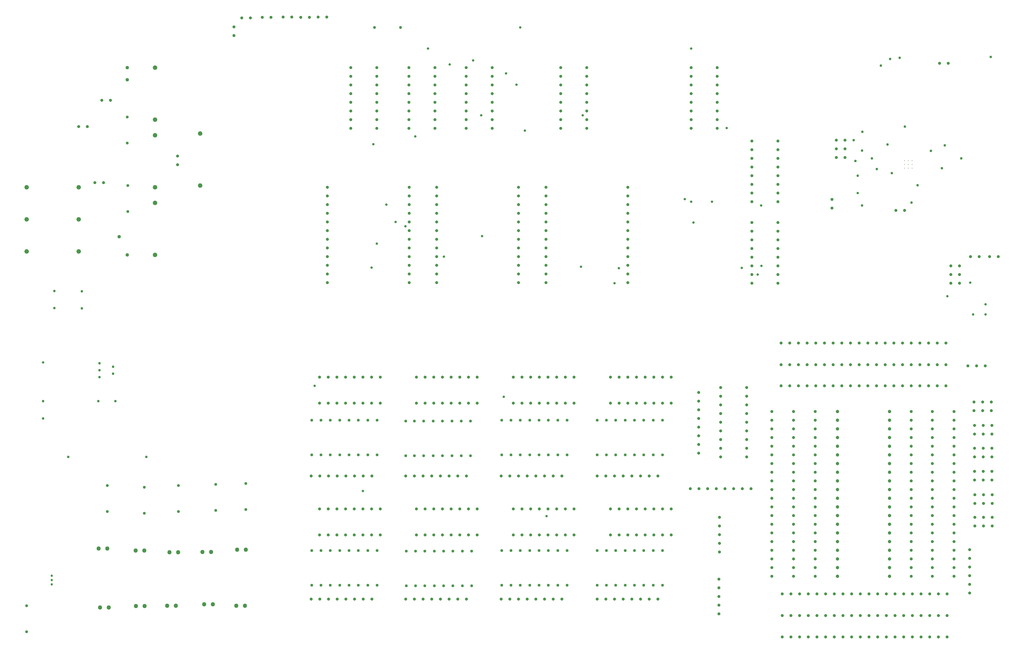
<source format=gbr>
G04 Layer_Color=0*
%FSLAX26Y26*%
%MOIN*%
%TF.FileFunction,Plated,1,2,PTH,Drill*%
%TF.Part,Single*%
G01*
G75*
%TA.AperFunction,ComponentDrill*%
%ADD50C,0.035433*%
%ADD51C,0.035433*%
%ADD52C,0.033465*%
%TA.AperFunction,OtherDrill,Pad Free-36 (10834.252mil,6605mil)*%
%ADD53C,0.030000*%
%TA.AperFunction,OtherDrill,Pad Free-35 (11042.402mil,7750mil)*%
%ADD54C,0.030000*%
%TA.AperFunction,OtherDrill,Pad Free-33 (10624.252mil,6815mil)*%
%ADD55C,0.030000*%
%TA.AperFunction,OtherDrill,Pad Free-31 (10719.252mil,6694.567mil)*%
%ADD56C,0.030000*%
%TA.AperFunction,OtherDrill,Pad Free-30 (10724.252mil,6910mil)*%
%ADD57C,0.030000*%
%TA.AperFunction,OtherDrill,Pad Free-29 (10719.252mil,6060mil)*%
%ADD58C,0.030000*%
%TA.AperFunction,OtherDrill,Pad Free-28 (10669.252mil,6405mil)*%
%ADD59C,0.030000*%
%TA.AperFunction,OtherDrill,Pad Free-27 (11014.252mil,6765.433mil)*%
%ADD60C,0.030000*%
%TA.AperFunction,OtherDrill,Pad Free-26 (10644.252mil,6575mil)*%
%ADD61C,0.030000*%
%TA.AperFunction,OtherDrill,Pad Free-25 (11289.252mil,6095mil)*%
%ADD62C,0.030000*%
%TA.AperFunction,OtherDrill,Pad Free-24 (11674.252mil,6755mil)*%
%ADD63C,0.030000*%
%TA.AperFunction,OtherDrill,Pad Free-23 (12204.252mil,7775mil)*%
%ADD64C,0.030000*%
%TA.AperFunction,OtherDrill,Pad Free-22 (11864.252mil,6605mil)*%
%ADD65C,0.030000*%
%TA.AperFunction,OtherDrill,Pad Free-19 (10889.252mil,6480mil)*%
%ADD66C,0.030000*%
%TA.AperFunction,OtherDrill,Pad Free-18 (11064.252mil,6435mil)*%
%ADD67C,0.030000*%
%TA.AperFunction,OtherDrill,Pad Free-16 (10936.102mil,7675mil)*%
%ADD68C,0.030000*%
%TA.AperFunction,OtherDrill,Pad Free-15 (11514.252mil,6690mil)*%
%ADD69C,0.030000*%
%TA.AperFunction,OtherDrill,Pad Free-14 (11154.252mil,7765mil)*%
%ADD70C,0.030000*%
%TA.AperFunction,OtherDrill,Pad Free-13 (11639.252mil,6490mil)*%
%ADD71C,0.030000*%
%TA.AperFunction,OtherDrill,Pad Free-10 (11359.252mil,6295mil)*%
%ADD72C,0.030000*%
%TA.AperFunction,OtherDrill,Pad Free-9 (11214.252mil,6970mil)*%
%ADD73C,0.030000*%
%TA.AperFunction,ComponentDrill*%
%ADD74C,0.039000*%
%ADD75C,0.052000*%
%ADD76C,0.052000*%
%ADD77C,0.040000*%
%ADD78C,0.033465*%
%TA.AperFunction,OtherDrill,Pad Free-37 (1930mil,4240mil)*%
%ADD79C,0.030000*%
%TA.AperFunction,OtherDrill,Pad Free-38 (2085mil,4200mil)*%
%ADD80C,0.030000*%
%TA.AperFunction,OtherDrill,Pad Free-39 (2085mil,4120mil)*%
%ADD81C,0.030000*%
%TA.AperFunction,OtherDrill,Pad Free-40 (1930mil,4080mil)*%
%ADD82C,0.030000*%
%TA.AperFunction,OtherDrill,Pad Free-41 (1930mil,4160mil)*%
%ADD83C,0.030000*%
%TA.AperFunction,ComponentDrill*%
%ADD84C,0.050000*%
%TA.AperFunction,OtherDrill,Pad Free-42 (1570mil,3160mil)*%
%ADD85C,0.030000*%
%TA.AperFunction,OtherDrill,Pad Free-43 (2470mil,3160mil)*%
%ADD86C,0.030000*%
%TA.AperFunction,OtherDrill,Pad Free-44 (1725mil,5070mil)*%
%ADD87C,0.030000*%
%TA.AperFunction,OtherDrill,Pad Free-45 (1725mil,4873.15mil)*%
%ADD88C,0.030000*%
%TA.AperFunction,OtherDrill,Pad Free-46 (1410mil,4878.15mil)*%
%ADD89C,0.030000*%
%TA.AperFunction,OtherDrill,Pad Free-47 (1410mil,5075mil)*%
%ADD90C,0.030000*%
%TA.AperFunction,OtherDrill,Pad Free-48 (1916.575mil,3805mil)*%
%ADD91C,0.030000*%
%TA.AperFunction,OtherDrill,Pad Free-49 (2113.425mil,3805mil)*%
%ADD92C,0.030000*%
%TA.AperFunction,OtherDrill,Pad Free-50 (1280mil,3805mil)*%
%ADD93C,0.030000*%
%TA.AperFunction,OtherDrill,Pad Free-51 (1280mil,3605mil)*%
%ADD94C,0.030000*%
%TA.AperFunction,ViaDrill,NotFilled*%
%ADD95C,0.028000*%
%ADD96C,0.007874*%
%ADD97C,0.027000*%
D50*
X5165000Y2560000D02*
D03*
X5065000D02*
D03*
X4965000D02*
D03*
X4865000D02*
D03*
X4765000D02*
D03*
X4665000D02*
D03*
X4565000D02*
D03*
X4465000D02*
D03*
X5165000Y2260000D02*
D03*
X5065000D02*
D03*
X4965000D02*
D03*
X4865000D02*
D03*
X4765000D02*
D03*
X4665000D02*
D03*
X4565000D02*
D03*
X4465000D02*
D03*
X6283096Y2560000D02*
D03*
X6183096D02*
D03*
X6083096D02*
D03*
X5983096D02*
D03*
X5883096D02*
D03*
X5783096D02*
D03*
X5683096D02*
D03*
X5583096D02*
D03*
X6283096Y2260000D02*
D03*
X6183096D02*
D03*
X6083096D02*
D03*
X5983096D02*
D03*
X5883096D02*
D03*
X5783096D02*
D03*
X5683096D02*
D03*
X5583096D02*
D03*
X7401190Y2560000D02*
D03*
X7301190D02*
D03*
X7201190D02*
D03*
X7101190D02*
D03*
X7001190D02*
D03*
X6901190D02*
D03*
X6801190D02*
D03*
X6701190D02*
D03*
X7401190Y2260000D02*
D03*
X7301190D02*
D03*
X7201190D02*
D03*
X7101190D02*
D03*
X7001190D02*
D03*
X6901190D02*
D03*
X6801190D02*
D03*
X6701190D02*
D03*
X8519286Y2560000D02*
D03*
X8419286D02*
D03*
X8319286D02*
D03*
X8219286D02*
D03*
X8119286D02*
D03*
X8019286D02*
D03*
X7919286D02*
D03*
X7819286D02*
D03*
X8519286Y2260000D02*
D03*
X8419286D02*
D03*
X8319286D02*
D03*
X8219286D02*
D03*
X8119286D02*
D03*
X8019286D02*
D03*
X7919286D02*
D03*
X7819286D02*
D03*
X5165000Y4080000D02*
D03*
X5065000D02*
D03*
X4965000D02*
D03*
X4865000D02*
D03*
X4765000D02*
D03*
X4665000D02*
D03*
X4565000D02*
D03*
X4465000D02*
D03*
X5165000Y3780000D02*
D03*
X5065000D02*
D03*
X4965000D02*
D03*
X4865000D02*
D03*
X4765000D02*
D03*
X4665000D02*
D03*
X4565000D02*
D03*
X4465000D02*
D03*
X6283096Y4080000D02*
D03*
X6183096D02*
D03*
X6083096D02*
D03*
X5983096D02*
D03*
X5883096D02*
D03*
X5783096D02*
D03*
X5683096D02*
D03*
X5583096D02*
D03*
X6283096Y3780000D02*
D03*
X6183096D02*
D03*
X6083096D02*
D03*
X5983096D02*
D03*
X5883096D02*
D03*
X5783096D02*
D03*
X5683096D02*
D03*
X5583096D02*
D03*
X7401190Y4080000D02*
D03*
X7301190D02*
D03*
X7201190D02*
D03*
X7101190D02*
D03*
X7001190D02*
D03*
X6901190D02*
D03*
X6801190D02*
D03*
X6701190D02*
D03*
X7401190Y3780000D02*
D03*
X7301190D02*
D03*
X7201190D02*
D03*
X7101190D02*
D03*
X7001190D02*
D03*
X6901190D02*
D03*
X6801190D02*
D03*
X6701190D02*
D03*
X8519286Y4080000D02*
D03*
X8419286D02*
D03*
X8319286D02*
D03*
X8219286D02*
D03*
X8119286D02*
D03*
X8019286D02*
D03*
X7919286D02*
D03*
X7819286D02*
D03*
X8519286Y3780000D02*
D03*
X8419286D02*
D03*
X8319286D02*
D03*
X8219286D02*
D03*
X8119286D02*
D03*
X8019286D02*
D03*
X7919286D02*
D03*
X7819286D02*
D03*
X9075000Y2065000D02*
D03*
Y2165000D02*
D03*
Y2265000D02*
D03*
Y2365000D02*
D03*
Y2465000D02*
D03*
X9070000Y1350000D02*
D03*
Y1450000D02*
D03*
Y1550000D02*
D03*
Y1650000D02*
D03*
Y1750000D02*
D03*
X8835000Y3905000D02*
D03*
Y3805000D02*
D03*
Y3705000D02*
D03*
Y3605000D02*
D03*
Y3505000D02*
D03*
Y3405000D02*
D03*
Y3305000D02*
D03*
Y3205000D02*
D03*
X11844252Y5165000D02*
D03*
X11744252D02*
D03*
X11844252Y5265000D02*
D03*
X11744252D02*
D03*
X11844252Y5365000D02*
D03*
X11744252D02*
D03*
X10374252Y6030866D02*
D03*
Y6130866D02*
D03*
X10524252Y6815000D02*
D03*
X10424252D02*
D03*
X10524252Y6715000D02*
D03*
X10424252D02*
D03*
X10524252Y6615000D02*
D03*
X10424252D02*
D03*
X11960000Y1590000D02*
D03*
Y1690000D02*
D03*
Y1790000D02*
D03*
Y1890000D02*
D03*
Y1990000D02*
D03*
Y2090000D02*
D03*
X9930000Y1785000D02*
D03*
Y1885000D02*
D03*
Y1985000D02*
D03*
Y2085000D02*
D03*
Y2185000D02*
D03*
Y2285000D02*
D03*
Y2385000D02*
D03*
Y2485000D02*
D03*
Y2585000D02*
D03*
Y2685000D02*
D03*
Y2785000D02*
D03*
Y2885000D02*
D03*
Y2985000D02*
D03*
Y3085000D02*
D03*
Y3185000D02*
D03*
Y3285000D02*
D03*
Y3385000D02*
D03*
Y3485000D02*
D03*
Y3585000D02*
D03*
Y3685000D02*
D03*
X10180000Y1785000D02*
D03*
Y1885000D02*
D03*
Y1985000D02*
D03*
Y2085000D02*
D03*
Y2185000D02*
D03*
Y2285000D02*
D03*
Y2385000D02*
D03*
Y2485000D02*
D03*
Y2585000D02*
D03*
Y2685000D02*
D03*
Y2785000D02*
D03*
Y2885000D02*
D03*
Y2985000D02*
D03*
Y3085000D02*
D03*
Y3185000D02*
D03*
Y3285000D02*
D03*
Y3385000D02*
D03*
Y3485000D02*
D03*
Y3585000D02*
D03*
Y3685000D02*
D03*
X9680000Y1785000D02*
D03*
Y1885000D02*
D03*
Y1985000D02*
D03*
Y2085000D02*
D03*
Y2185000D02*
D03*
Y2285000D02*
D03*
Y2385000D02*
D03*
Y2485000D02*
D03*
Y2585000D02*
D03*
Y2685000D02*
D03*
Y2785000D02*
D03*
Y2885000D02*
D03*
Y2985000D02*
D03*
Y3085000D02*
D03*
Y3185000D02*
D03*
Y3285000D02*
D03*
Y3385000D02*
D03*
Y3485000D02*
D03*
Y3585000D02*
D03*
Y3685000D02*
D03*
X11285000D02*
D03*
Y3585000D02*
D03*
Y3485000D02*
D03*
Y3385000D02*
D03*
Y3285000D02*
D03*
Y3185000D02*
D03*
Y3085000D02*
D03*
Y2985000D02*
D03*
Y2885000D02*
D03*
Y2785000D02*
D03*
Y2685000D02*
D03*
Y2585000D02*
D03*
Y2485000D02*
D03*
Y2385000D02*
D03*
Y2285000D02*
D03*
Y2185000D02*
D03*
Y2085000D02*
D03*
Y1985000D02*
D03*
Y1885000D02*
D03*
Y1785000D02*
D03*
X11780000Y3685000D02*
D03*
Y3585000D02*
D03*
Y3485000D02*
D03*
Y3385000D02*
D03*
Y3285000D02*
D03*
Y3185000D02*
D03*
Y3085000D02*
D03*
Y2985000D02*
D03*
Y2885000D02*
D03*
Y2785000D02*
D03*
Y2685000D02*
D03*
Y2585000D02*
D03*
Y2485000D02*
D03*
Y2385000D02*
D03*
Y2285000D02*
D03*
Y2185000D02*
D03*
Y2085000D02*
D03*
Y1985000D02*
D03*
Y1885000D02*
D03*
Y1785000D02*
D03*
X11530000Y3685000D02*
D03*
Y3585000D02*
D03*
Y3485000D02*
D03*
Y3385000D02*
D03*
Y3285000D02*
D03*
Y3185000D02*
D03*
Y3085000D02*
D03*
Y2985000D02*
D03*
Y2885000D02*
D03*
Y2785000D02*
D03*
Y2685000D02*
D03*
Y2585000D02*
D03*
Y2485000D02*
D03*
Y2385000D02*
D03*
Y2285000D02*
D03*
Y2185000D02*
D03*
Y2085000D02*
D03*
Y1985000D02*
D03*
Y1885000D02*
D03*
Y1785000D02*
D03*
X2830000Y6630000D02*
D03*
Y6530000D02*
D03*
X3480000Y8120000D02*
D03*
Y8020000D02*
D03*
X8020000Y5170000D02*
D03*
Y5270000D02*
D03*
Y5370000D02*
D03*
Y5470000D02*
D03*
Y5570000D02*
D03*
Y5670000D02*
D03*
Y5770000D02*
D03*
Y5870000D02*
D03*
Y5970000D02*
D03*
Y6070000D02*
D03*
Y6170000D02*
D03*
Y6270000D02*
D03*
X7075000Y5170000D02*
D03*
Y5270000D02*
D03*
Y5370000D02*
D03*
Y5470000D02*
D03*
Y5570000D02*
D03*
Y5670000D02*
D03*
Y5770000D02*
D03*
Y5870000D02*
D03*
Y5970000D02*
D03*
Y6070000D02*
D03*
Y6170000D02*
D03*
Y6270000D02*
D03*
X6760000Y5170000D02*
D03*
Y5270000D02*
D03*
Y5370000D02*
D03*
Y5470000D02*
D03*
Y5570000D02*
D03*
Y5670000D02*
D03*
Y5770000D02*
D03*
Y5870000D02*
D03*
Y5970000D02*
D03*
Y6070000D02*
D03*
Y6170000D02*
D03*
Y6270000D02*
D03*
X5815000Y5170000D02*
D03*
Y5270000D02*
D03*
Y5370000D02*
D03*
Y5470000D02*
D03*
Y5570000D02*
D03*
Y5670000D02*
D03*
Y5770000D02*
D03*
Y5870000D02*
D03*
Y5970000D02*
D03*
Y6070000D02*
D03*
Y6170000D02*
D03*
Y6270000D02*
D03*
X5500000Y5170000D02*
D03*
Y5270000D02*
D03*
Y5370000D02*
D03*
Y5470000D02*
D03*
Y5570000D02*
D03*
Y5670000D02*
D03*
Y5770000D02*
D03*
Y5870000D02*
D03*
Y5970000D02*
D03*
Y6070000D02*
D03*
Y6170000D02*
D03*
Y6270000D02*
D03*
X4555000Y5170000D02*
D03*
Y5270000D02*
D03*
Y5370000D02*
D03*
Y5470000D02*
D03*
Y5570000D02*
D03*
Y5670000D02*
D03*
Y5770000D02*
D03*
Y5870000D02*
D03*
Y5970000D02*
D03*
Y6070000D02*
D03*
Y6170000D02*
D03*
Y6270000D02*
D03*
D51*
X4370000Y1520000D02*
D03*
X4470000D02*
D03*
X4570000D02*
D03*
X4670000D02*
D03*
X4770000D02*
D03*
X4870000D02*
D03*
X4970000D02*
D03*
X5070000D02*
D03*
X7665000D02*
D03*
X7765000D02*
D03*
X7865000D02*
D03*
X7965000D02*
D03*
X8065000D02*
D03*
X8165000D02*
D03*
X8265000D02*
D03*
X8365000D02*
D03*
X6560000D02*
D03*
X6660000D02*
D03*
X6760000D02*
D03*
X6860000D02*
D03*
X6960000D02*
D03*
X7060000D02*
D03*
X7160000D02*
D03*
X7260000D02*
D03*
X5460000D02*
D03*
X5560000D02*
D03*
X5660000D02*
D03*
X5760000D02*
D03*
X5860000D02*
D03*
X5960000D02*
D03*
X6060000D02*
D03*
X6160000D02*
D03*
X7665000Y2940000D02*
D03*
X7765000D02*
D03*
X7865000D02*
D03*
X7965000D02*
D03*
X8065000D02*
D03*
X8165000D02*
D03*
X8265000D02*
D03*
X8365000D02*
D03*
X6560000D02*
D03*
X6660000D02*
D03*
X6760000D02*
D03*
X6860000D02*
D03*
X6960000D02*
D03*
X7060000D02*
D03*
X7160000D02*
D03*
X7260000D02*
D03*
X5460000D02*
D03*
X5560000D02*
D03*
X5660000D02*
D03*
X5760000D02*
D03*
X5860000D02*
D03*
X5960000D02*
D03*
X6060000D02*
D03*
X6160000D02*
D03*
X4370000D02*
D03*
X4470000D02*
D03*
X4570000D02*
D03*
X4670000D02*
D03*
X4770000D02*
D03*
X4870000D02*
D03*
X4970000D02*
D03*
X5070000D02*
D03*
X9390000Y3160000D02*
D03*
Y3260000D02*
D03*
Y3360000D02*
D03*
Y3460000D02*
D03*
Y3560000D02*
D03*
Y3660000D02*
D03*
Y3760000D02*
D03*
Y3860000D02*
D03*
Y3960000D02*
D03*
X9090000Y3160000D02*
D03*
Y3260000D02*
D03*
Y3360000D02*
D03*
Y3460000D02*
D03*
Y3560000D02*
D03*
Y3660000D02*
D03*
Y3760000D02*
D03*
Y3860000D02*
D03*
Y3960000D02*
D03*
X8740000Y2795000D02*
D03*
X8840000D02*
D03*
X8940000D02*
D03*
X9040000D02*
D03*
X9140000D02*
D03*
X9240000D02*
D03*
X9340000D02*
D03*
X9440000D02*
D03*
X12069252Y5470000D02*
D03*
X11969252D02*
D03*
X12187992D02*
D03*
X12287992D02*
D03*
X11209252Y6005000D02*
D03*
X11109252D02*
D03*
X11713386Y7700000D02*
D03*
X11613386D02*
D03*
X12140000Y4210000D02*
D03*
X12040000D02*
D03*
X11940000D02*
D03*
X12220000Y2465000D02*
D03*
Y2365000D02*
D03*
X12120000Y2465000D02*
D03*
Y2365000D02*
D03*
X12020000Y2465000D02*
D03*
Y2365000D02*
D03*
X12220000Y2725000D02*
D03*
Y2625000D02*
D03*
X12120000Y2725000D02*
D03*
Y2625000D02*
D03*
X12020000Y2725000D02*
D03*
Y2625000D02*
D03*
X12215000Y2995000D02*
D03*
Y2895000D02*
D03*
X12115000Y2995000D02*
D03*
Y2895000D02*
D03*
X12015000Y2995000D02*
D03*
Y2895000D02*
D03*
X12215000Y3260000D02*
D03*
Y3160000D02*
D03*
X12115000Y3260000D02*
D03*
Y3160000D02*
D03*
X12015000Y3260000D02*
D03*
Y3160000D02*
D03*
X12215000Y3525000D02*
D03*
Y3425000D02*
D03*
X12115000Y3525000D02*
D03*
Y3425000D02*
D03*
X12015000Y3525000D02*
D03*
Y3425000D02*
D03*
X12210000Y3795000D02*
D03*
Y3695000D02*
D03*
X12110000Y3795000D02*
D03*
Y3695000D02*
D03*
X12010000Y3795000D02*
D03*
Y3695000D02*
D03*
X11685000Y4475000D02*
D03*
X11585000D02*
D03*
X11485000D02*
D03*
X11385000D02*
D03*
X11285000D02*
D03*
X11185000D02*
D03*
X11085000D02*
D03*
X10985000D02*
D03*
X10885000D02*
D03*
X10785000D02*
D03*
X10685000D02*
D03*
X10585000D02*
D03*
X10485000D02*
D03*
X10385000D02*
D03*
X10285000D02*
D03*
X10185000D02*
D03*
X10085000D02*
D03*
X9985000D02*
D03*
X9885000D02*
D03*
X9785000D02*
D03*
X11685000Y4225000D02*
D03*
X11585000D02*
D03*
X11485000D02*
D03*
X11385000D02*
D03*
X11285000D02*
D03*
X11185000D02*
D03*
X11085000D02*
D03*
X10985000D02*
D03*
X10885000D02*
D03*
X10785000D02*
D03*
X10685000D02*
D03*
X10585000D02*
D03*
X10485000D02*
D03*
X10385000D02*
D03*
X10285000D02*
D03*
X10185000D02*
D03*
X10085000D02*
D03*
X9985000D02*
D03*
X9885000D02*
D03*
X9785000D02*
D03*
X9799000Y1580000D02*
D03*
X9899000D02*
D03*
X9999000D02*
D03*
X10099000D02*
D03*
X10199000D02*
D03*
X10299000D02*
D03*
X10399000D02*
D03*
X10499000D02*
D03*
X10599000D02*
D03*
X10699000D02*
D03*
X10799000D02*
D03*
X10899000D02*
D03*
X10999000D02*
D03*
X11099000D02*
D03*
X11199000D02*
D03*
X11299000D02*
D03*
X11399000D02*
D03*
X11499000D02*
D03*
X11599000D02*
D03*
X11699000D02*
D03*
X11685000Y3980000D02*
D03*
X11585000D02*
D03*
X11485000D02*
D03*
X11385000D02*
D03*
X11285000D02*
D03*
X11185000D02*
D03*
X11085000D02*
D03*
X10985000D02*
D03*
X10885000D02*
D03*
X10785000D02*
D03*
X10685000D02*
D03*
X10585000D02*
D03*
X10485000D02*
D03*
X10385000D02*
D03*
X10285000D02*
D03*
X10185000D02*
D03*
X10085000D02*
D03*
X9985000D02*
D03*
X9885000D02*
D03*
X9785000D02*
D03*
X9799000Y1085000D02*
D03*
X9899000D02*
D03*
X9999000D02*
D03*
X10099000D02*
D03*
X10199000D02*
D03*
X10299000D02*
D03*
X10399000D02*
D03*
X10499000D02*
D03*
X10599000D02*
D03*
X10699000D02*
D03*
X10799000D02*
D03*
X10899000D02*
D03*
X10999000D02*
D03*
X11099000D02*
D03*
X11199000D02*
D03*
X11299000D02*
D03*
X11399000D02*
D03*
X11499000D02*
D03*
X11599000D02*
D03*
X11699000D02*
D03*
X9799000Y1330000D02*
D03*
X9899000D02*
D03*
X9999000D02*
D03*
X10099000D02*
D03*
X10199000D02*
D03*
X10299000D02*
D03*
X10399000D02*
D03*
X10499000D02*
D03*
X10599000D02*
D03*
X10699000D02*
D03*
X10799000D02*
D03*
X10899000D02*
D03*
X10999000D02*
D03*
X11099000D02*
D03*
X11199000D02*
D03*
X11299000D02*
D03*
X11399000D02*
D03*
X11499000D02*
D03*
X11599000D02*
D03*
X11699000D02*
D03*
X1790000Y6970000D02*
D03*
X1690000D02*
D03*
X1975000Y6325000D02*
D03*
X1875000D02*
D03*
X1955000Y7275000D02*
D03*
X2055000D02*
D03*
X3670000Y8225000D02*
D03*
X3570000D02*
D03*
X3905000Y8230000D02*
D03*
X3805000D02*
D03*
X4145000Y8235000D02*
D03*
X4045000D02*
D03*
X4350000Y8230000D02*
D03*
X4250000D02*
D03*
X4550000Y8235000D02*
D03*
X4450000D02*
D03*
X7545000Y6950000D02*
D03*
Y7050000D02*
D03*
Y7150000D02*
D03*
Y7250000D02*
D03*
Y7350000D02*
D03*
Y7450000D02*
D03*
Y7550000D02*
D03*
Y7650000D02*
D03*
X7245000Y6950000D02*
D03*
Y7050000D02*
D03*
Y7150000D02*
D03*
Y7250000D02*
D03*
Y7350000D02*
D03*
Y7450000D02*
D03*
Y7550000D02*
D03*
Y7650000D02*
D03*
X9050000Y6950000D02*
D03*
Y7050000D02*
D03*
Y7150000D02*
D03*
Y7250000D02*
D03*
Y7350000D02*
D03*
Y7450000D02*
D03*
Y7550000D02*
D03*
Y7650000D02*
D03*
X8750000Y6950000D02*
D03*
Y7050000D02*
D03*
Y7150000D02*
D03*
Y7250000D02*
D03*
Y7350000D02*
D03*
Y7450000D02*
D03*
Y7550000D02*
D03*
Y7650000D02*
D03*
X5795000Y6950000D02*
D03*
Y7050000D02*
D03*
Y7150000D02*
D03*
Y7250000D02*
D03*
Y7350000D02*
D03*
Y7450000D02*
D03*
Y7550000D02*
D03*
Y7650000D02*
D03*
X5495000Y6950000D02*
D03*
Y7050000D02*
D03*
Y7150000D02*
D03*
Y7250000D02*
D03*
Y7350000D02*
D03*
Y7450000D02*
D03*
Y7550000D02*
D03*
Y7650000D02*
D03*
X6455000Y6950000D02*
D03*
Y7050000D02*
D03*
Y7150000D02*
D03*
Y7250000D02*
D03*
Y7350000D02*
D03*
Y7450000D02*
D03*
Y7550000D02*
D03*
Y7650000D02*
D03*
X6155000Y6950000D02*
D03*
Y7050000D02*
D03*
Y7150000D02*
D03*
Y7250000D02*
D03*
Y7350000D02*
D03*
Y7450000D02*
D03*
Y7550000D02*
D03*
Y7650000D02*
D03*
X9750000Y5165000D02*
D03*
Y5265000D02*
D03*
Y5365000D02*
D03*
Y5465000D02*
D03*
Y5565000D02*
D03*
Y5665000D02*
D03*
Y5765000D02*
D03*
Y5865000D02*
D03*
X9450000Y5165000D02*
D03*
Y5265000D02*
D03*
Y5365000D02*
D03*
Y5465000D02*
D03*
Y5565000D02*
D03*
Y5665000D02*
D03*
Y5765000D02*
D03*
Y5865000D02*
D03*
X9750000Y6105000D02*
D03*
Y6205000D02*
D03*
Y6305000D02*
D03*
Y6405000D02*
D03*
Y6505000D02*
D03*
Y6605000D02*
D03*
Y6705000D02*
D03*
Y6805000D02*
D03*
X9450000Y6105000D02*
D03*
Y6205000D02*
D03*
Y6305000D02*
D03*
Y6405000D02*
D03*
Y6505000D02*
D03*
Y6605000D02*
D03*
Y6705000D02*
D03*
Y6805000D02*
D03*
X5125000Y6950000D02*
D03*
Y7050000D02*
D03*
Y7150000D02*
D03*
Y7250000D02*
D03*
Y7350000D02*
D03*
Y7450000D02*
D03*
Y7550000D02*
D03*
Y7650000D02*
D03*
X4825000Y6950000D02*
D03*
Y7050000D02*
D03*
Y7150000D02*
D03*
Y7250000D02*
D03*
Y7350000D02*
D03*
Y7450000D02*
D03*
Y7550000D02*
D03*
Y7650000D02*
D03*
D52*
X4374882Y2080000D02*
D03*
Y1680000D02*
D03*
X4482756Y2080000D02*
D03*
Y1680000D02*
D03*
X4590630Y2080000D02*
D03*
Y1680000D02*
D03*
X4698504Y2080000D02*
D03*
Y1680000D02*
D03*
X4806378Y2080000D02*
D03*
Y1680000D02*
D03*
X4914252Y2080000D02*
D03*
Y1680000D02*
D03*
X5022126Y2080000D02*
D03*
Y1680000D02*
D03*
X5130000Y2080000D02*
D03*
Y1680000D02*
D03*
X5464882Y2075000D02*
D03*
Y1675000D02*
D03*
X5572756Y2075000D02*
D03*
Y1675000D02*
D03*
X5680630Y2075000D02*
D03*
Y1675000D02*
D03*
X5788504Y2075000D02*
D03*
Y1675000D02*
D03*
X5896378Y2075000D02*
D03*
Y1675000D02*
D03*
X6004252Y2075000D02*
D03*
Y1675000D02*
D03*
X6112126Y2075000D02*
D03*
Y1675000D02*
D03*
X6220000Y2075000D02*
D03*
Y1675000D02*
D03*
X6564882Y2080000D02*
D03*
Y1680000D02*
D03*
X6672756Y2080000D02*
D03*
Y1680000D02*
D03*
X6780630Y2080000D02*
D03*
Y1680000D02*
D03*
X6888504Y2080000D02*
D03*
Y1680000D02*
D03*
X6996378Y2080000D02*
D03*
Y1680000D02*
D03*
X7104252Y2080000D02*
D03*
Y1680000D02*
D03*
X7212126Y2080000D02*
D03*
Y1680000D02*
D03*
X7320000Y2080000D02*
D03*
Y1680000D02*
D03*
X7664882Y2080000D02*
D03*
Y1680000D02*
D03*
X7772756Y2080000D02*
D03*
Y1680000D02*
D03*
X7880630Y2080000D02*
D03*
Y1680000D02*
D03*
X7988504Y2080000D02*
D03*
Y1680000D02*
D03*
X8096378Y2080000D02*
D03*
Y1680000D02*
D03*
X8204252Y2080000D02*
D03*
Y1680000D02*
D03*
X8312126Y2080000D02*
D03*
Y1680000D02*
D03*
X8420000Y2080000D02*
D03*
Y1680000D02*
D03*
X4374882Y3185000D02*
D03*
Y3585000D02*
D03*
X4482756Y3185000D02*
D03*
Y3585000D02*
D03*
X4590630Y3185000D02*
D03*
Y3585000D02*
D03*
X4698504Y3185000D02*
D03*
Y3585000D02*
D03*
X4806378Y3185000D02*
D03*
Y3585000D02*
D03*
X4914252Y3185000D02*
D03*
Y3585000D02*
D03*
X5022126Y3185000D02*
D03*
Y3585000D02*
D03*
X5130000Y3185000D02*
D03*
Y3585000D02*
D03*
X5559882Y3175000D02*
D03*
Y3575000D02*
D03*
X5667756Y3175000D02*
D03*
Y3575000D02*
D03*
X5775630Y3175000D02*
D03*
Y3575000D02*
D03*
X5883504Y3175000D02*
D03*
Y3575000D02*
D03*
X5991378Y3175000D02*
D03*
Y3575000D02*
D03*
X6099252Y3175000D02*
D03*
Y3575000D02*
D03*
X6207126Y3175000D02*
D03*
Y3575000D02*
D03*
X6564882Y3185000D02*
D03*
Y3585000D02*
D03*
X6672756Y3185000D02*
D03*
Y3585000D02*
D03*
X6780630Y3185000D02*
D03*
Y3585000D02*
D03*
X6888504Y3185000D02*
D03*
Y3585000D02*
D03*
X6996378Y3185000D02*
D03*
Y3585000D02*
D03*
X7104252Y3185000D02*
D03*
Y3585000D02*
D03*
X7212126Y3185000D02*
D03*
Y3585000D02*
D03*
X7320000Y3185000D02*
D03*
Y3585000D02*
D03*
X7664882Y3185000D02*
D03*
Y3585000D02*
D03*
X7772756Y3185000D02*
D03*
Y3585000D02*
D03*
X7880630Y3185000D02*
D03*
Y3585000D02*
D03*
X7988504Y3185000D02*
D03*
Y3585000D02*
D03*
X8096378Y3185000D02*
D03*
Y3585000D02*
D03*
X8204252Y3185000D02*
D03*
Y3585000D02*
D03*
X8312126Y3185000D02*
D03*
Y3585000D02*
D03*
X8420000Y3185000D02*
D03*
Y3585000D02*
D03*
X5460000Y3175000D02*
D03*
Y3575000D02*
D03*
X2255000Y6290000D02*
D03*
Y5990000D02*
D03*
X2250000Y6780000D02*
D03*
Y7080000D02*
D03*
X1090000Y1145000D02*
D03*
Y1445000D02*
D03*
X2020000Y2530000D02*
D03*
Y2830000D02*
D03*
X2445000Y2510000D02*
D03*
Y2810000D02*
D03*
X2840000Y2530000D02*
D03*
Y2830000D02*
D03*
X3270000Y2545000D02*
D03*
Y2845000D02*
D03*
X3615000Y2555000D02*
D03*
Y2855000D02*
D03*
D53*
X10834252Y6605000D02*
D03*
D54*
X11042402Y7750000D02*
D03*
D55*
X10624252Y6815000D02*
D03*
D56*
X10719252Y6694567D02*
D03*
D57*
X10724252Y6910000D02*
D03*
D58*
X10719252Y6060000D02*
D03*
D59*
X10669252Y6405000D02*
D03*
D60*
X11014252Y6765433D02*
D03*
D61*
X10644252Y6575000D02*
D03*
D62*
X11289252Y6095000D02*
D03*
D63*
X11674252Y6755000D02*
D03*
D64*
X12204252Y7775000D02*
D03*
D65*
X11864252Y6605000D02*
D03*
D66*
X10889252Y6480000D02*
D03*
D67*
X11064252Y6435000D02*
D03*
D68*
X10936102Y7675000D02*
D03*
D69*
X11514252Y6690000D02*
D03*
D70*
X11154252Y7765000D02*
D03*
D71*
X11639252Y6490000D02*
D03*
D72*
X11359252Y6295000D02*
D03*
D73*
X11214252Y6970000D02*
D03*
D74*
X10435000Y3685000D02*
D03*
Y3585000D02*
D03*
Y3485000D02*
D03*
Y3385000D02*
D03*
Y3285000D02*
D03*
Y3185000D02*
D03*
Y3085000D02*
D03*
Y2985000D02*
D03*
Y2885000D02*
D03*
Y2785000D02*
D03*
Y2685000D02*
D03*
Y2585000D02*
D03*
Y2485000D02*
D03*
Y2385000D02*
D03*
Y2285000D02*
D03*
Y2185000D02*
D03*
Y2085000D02*
D03*
Y1985000D02*
D03*
Y1885000D02*
D03*
Y1785000D02*
D03*
X11035000D02*
D03*
Y1885000D02*
D03*
Y1985000D02*
D03*
Y2085000D02*
D03*
Y2185000D02*
D03*
Y2285000D02*
D03*
Y2385000D02*
D03*
Y2485000D02*
D03*
Y2585000D02*
D03*
Y2685000D02*
D03*
Y2785000D02*
D03*
Y2885000D02*
D03*
Y2985000D02*
D03*
Y3085000D02*
D03*
Y3185000D02*
D03*
Y3285000D02*
D03*
Y3385000D02*
D03*
Y3485000D02*
D03*
Y3585000D02*
D03*
Y3685000D02*
D03*
D75*
X2570000Y7050000D02*
D03*
Y7650000D02*
D03*
X3090000Y6890000D02*
D03*
Y6290000D02*
D03*
X2570000Y6270000D02*
D03*
Y6870000D02*
D03*
Y6090000D02*
D03*
Y5490000D02*
D03*
D76*
X1690000Y5530000D02*
D03*
X1090000D02*
D03*
X1690000Y5900000D02*
D03*
X1090000D02*
D03*
X1690000Y6270000D02*
D03*
X1090000D02*
D03*
D77*
X2250000Y5490000D02*
D03*
Y7650000D02*
D03*
Y7510000D02*
D03*
X2155000Y5700000D02*
D03*
D78*
X5400000Y8115000D02*
D03*
X5100000D02*
D03*
D79*
X1930000Y4240000D02*
D03*
D80*
X2085000Y4200000D02*
D03*
D81*
Y4120000D02*
D03*
D82*
X1930000Y4080000D02*
D03*
D83*
Y4160000D02*
D03*
D84*
X2350000Y1440000D02*
D03*
X2450000D02*
D03*
X1935000Y1425000D02*
D03*
X2035000D02*
D03*
X2710000Y1445000D02*
D03*
X2810000D02*
D03*
X3135000Y1460000D02*
D03*
X3235000D02*
D03*
X3505000Y1445000D02*
D03*
X3605000D02*
D03*
X1920000Y2105000D02*
D03*
X2020000D02*
D03*
X2345000Y2080000D02*
D03*
X2445000D02*
D03*
X2735000Y2060000D02*
D03*
X2835000D02*
D03*
X3115000Y2065000D02*
D03*
X3215000D02*
D03*
X3515000Y2090000D02*
D03*
X3615000D02*
D03*
D85*
X1570000Y3160000D02*
D03*
D86*
X2470000D02*
D03*
D87*
X1725000Y5070000D02*
D03*
D88*
X1725000Y4873150D02*
D03*
D89*
X1410000Y4878150D02*
D03*
D90*
X1410000Y5075000D02*
D03*
D91*
X1916575Y3805000D02*
D03*
D92*
X2113425Y3805000D02*
D03*
D93*
X1280000Y3805000D02*
D03*
D94*
Y3605000D02*
D03*
D95*
Y4250000D02*
D03*
X4965000Y2766000D02*
D03*
X6590000Y3855000D02*
D03*
X7084190Y2477000D02*
D03*
X4410000Y3980000D02*
D03*
X11999252Y4805000D02*
D03*
X12144252D02*
D03*
X11704252Y5015000D02*
D03*
X12144252Y4920000D02*
D03*
X11967559Y5170000D02*
D03*
X10669252Y6205866D02*
D03*
X5085000Y6766000D02*
D03*
X6832000Y6925000D02*
D03*
X8990000Y6105000D02*
D03*
X5342000Y5870000D02*
D03*
X5900000Y5470000D02*
D03*
X5455000Y5820000D02*
D03*
X5235000Y6070000D02*
D03*
X5065000Y5345000D02*
D03*
X9333000Y5340000D02*
D03*
X9159000Y6955000D02*
D03*
X5568000Y6857000D02*
D03*
X6236472Y7734528D02*
D03*
X7917000Y5336000D02*
D03*
X7480000Y5355000D02*
D03*
X6735000Y7455000D02*
D03*
X6339000Y5709000D02*
D03*
X6780000Y8115000D02*
D03*
X7500000Y7100000D02*
D03*
X9517000Y5265000D02*
D03*
X8776000Y5865000D02*
D03*
X9558000Y5365000D02*
D03*
X9555000Y6061000D02*
D03*
X7867000Y5165000D02*
D03*
X8675000Y6135000D02*
D03*
X8750000Y6105000D02*
D03*
X5125000Y5620000D02*
D03*
X6328000Y7100000D02*
D03*
X6617000Y7583000D02*
D03*
X8750000Y7870000D02*
D03*
X5715000D02*
D03*
X5967000Y7689000D02*
D03*
D96*
X11210945Y6491693D02*
D03*
Y6535000D02*
D03*
Y6578307D02*
D03*
X11254252Y6491693D02*
D03*
Y6535000D02*
D03*
Y6578307D02*
D03*
X11297559Y6491693D02*
D03*
Y6535000D02*
D03*
Y6578307D02*
D03*
D97*
X1380000Y1790000D02*
D03*
Y1740000D02*
D03*
Y1690000D02*
D03*
%TF.MD5,E78FD0D68B085D31CC3F4993D5758CFA*%
M02*

</source>
